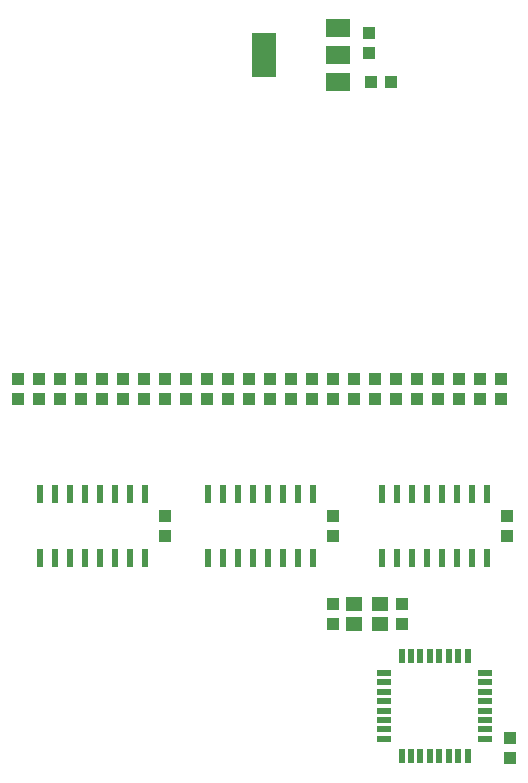
<source format=gbr>
G04 #@! TF.GenerationSoftware,KiCad,Pcbnew,5.1.2*
G04 #@! TF.CreationDate,2019-06-29T12:22:33-07:00*
G04 #@! TF.ProjectId,DC27-Cylon,44433237-2d43-4796-9c6f-6e2e6b696361,rev?*
G04 #@! TF.SameCoordinates,Original*
G04 #@! TF.FileFunction,Paste,Bot*
G04 #@! TF.FilePolarity,Positive*
%FSLAX46Y46*%
G04 Gerber Fmt 4.6, Leading zero omitted, Abs format (unit mm)*
G04 Created by KiCad (PCBNEW 5.1.2) date 2019-06-29 12:22:33*
%MOMM*%
%LPD*%
G04 APERTURE LIST*
%ADD10R,0.998220X1.099820*%
%ADD11R,1.099820X0.998220*%
%ADD12R,1.200000X0.500000*%
%ADD13R,0.500000X1.200000*%
%ADD14R,2.000000X3.800000*%
%ADD15R,2.000000X1.500000*%
%ADD16R,0.600000X1.550000*%
%ADD17R,1.400000X1.200000*%
G04 APERTURE END LIST*
D10*
X39185000Y-79477876D03*
X39185000Y-81174596D03*
X40960000Y-79477876D03*
X40960000Y-81174596D03*
X42735000Y-79477876D03*
X42735000Y-81174596D03*
X44510000Y-79477876D03*
X44510000Y-81174596D03*
X46285000Y-79477876D03*
X46285000Y-81174596D03*
X48060000Y-79477876D03*
X48060000Y-81174596D03*
X49835000Y-79477876D03*
X49835000Y-81174596D03*
X51610000Y-79477876D03*
X51610000Y-81174596D03*
X53385000Y-79477876D03*
X53385000Y-81174596D03*
X55160000Y-79477876D03*
X55160000Y-81174596D03*
X56935000Y-79477876D03*
X56935000Y-81174596D03*
X58710000Y-79477876D03*
X58710000Y-81174596D03*
X60485000Y-79477876D03*
X60485000Y-81174596D03*
X62260000Y-79477876D03*
X62260000Y-81174596D03*
X64035000Y-79477876D03*
X64035000Y-81174596D03*
X65810000Y-79477876D03*
X65810000Y-81174596D03*
X67585000Y-79477876D03*
X67585000Y-81174596D03*
X69360000Y-79477876D03*
X69360000Y-81174596D03*
X71135000Y-79477876D03*
X71135000Y-81174596D03*
X72910000Y-79477876D03*
X72910000Y-81174596D03*
X74685000Y-79477876D03*
X74685000Y-81174596D03*
X76460000Y-79477876D03*
X76460000Y-81174596D03*
X78235000Y-79477876D03*
X78235000Y-81174596D03*
X65786000Y-100289360D03*
X65786000Y-98592640D03*
D11*
X70698360Y-54356000D03*
X69001640Y-54356000D03*
D10*
X71628000Y-98541640D03*
X71628000Y-100238360D03*
X80518000Y-91099640D03*
X80518000Y-92796360D03*
X68834000Y-51902360D03*
X68834000Y-50205640D03*
X80772000Y-111592360D03*
X80772000Y-109895640D03*
X65786000Y-92796360D03*
X65786000Y-91099640D03*
X51562000Y-91099640D03*
X51562000Y-92796360D03*
X80010000Y-81174596D03*
X80010000Y-79477876D03*
D12*
X70172000Y-109988000D03*
D13*
X77222000Y-111438000D03*
D12*
X78672000Y-104388000D03*
D13*
X71622000Y-102938000D03*
X72422000Y-102938000D03*
X73222000Y-102938000D03*
X74022000Y-102938000D03*
X74822000Y-102938000D03*
X75622000Y-102938000D03*
X76422000Y-102938000D03*
X77222000Y-102938000D03*
D12*
X78672000Y-105188000D03*
X78672000Y-105988000D03*
X78672000Y-106788000D03*
X78672000Y-107588000D03*
X78672000Y-108388000D03*
X78672000Y-109188000D03*
X78672000Y-109988000D03*
D13*
X76422000Y-111438000D03*
X75622000Y-111438000D03*
X74822000Y-111438000D03*
X74022000Y-111438000D03*
X73222000Y-111438000D03*
X72422000Y-111438000D03*
X71622000Y-111438000D03*
D12*
X70172000Y-109188000D03*
X70172000Y-108388000D03*
X70172000Y-107588000D03*
X70172000Y-106788000D03*
X70172000Y-105988000D03*
X70172000Y-105188000D03*
X70172000Y-104388000D03*
D14*
X59944000Y-52070000D03*
D15*
X66244000Y-52070000D03*
X66244000Y-54370000D03*
X66244000Y-49770000D03*
D16*
X69977000Y-89248000D03*
X71247000Y-89248000D03*
X72517000Y-89248000D03*
X73787000Y-89248000D03*
X75057000Y-89248000D03*
X76327000Y-89248000D03*
X77597000Y-89248000D03*
X78867000Y-89248000D03*
X78867000Y-94648000D03*
X77597000Y-94648000D03*
X76327000Y-94648000D03*
X75057000Y-94648000D03*
X73787000Y-94648000D03*
X72517000Y-94648000D03*
X71247000Y-94648000D03*
X69977000Y-94648000D03*
X55245000Y-94648000D03*
X56515000Y-94648000D03*
X57785000Y-94648000D03*
X59055000Y-94648000D03*
X60325000Y-94648000D03*
X61595000Y-94648000D03*
X62865000Y-94648000D03*
X64135000Y-94648000D03*
X64135000Y-89248000D03*
X62865000Y-89248000D03*
X61595000Y-89248000D03*
X60325000Y-89248000D03*
X59055000Y-89248000D03*
X57785000Y-89248000D03*
X56515000Y-89248000D03*
X55245000Y-89248000D03*
X41021000Y-89248000D03*
X42291000Y-89248000D03*
X43561000Y-89248000D03*
X44831000Y-89248000D03*
X46101000Y-89248000D03*
X47371000Y-89248000D03*
X48641000Y-89248000D03*
X49911000Y-89248000D03*
X49911000Y-94648000D03*
X48641000Y-94648000D03*
X47371000Y-94648000D03*
X46101000Y-94648000D03*
X44831000Y-94648000D03*
X43561000Y-94648000D03*
X42291000Y-94648000D03*
X41021000Y-94648000D03*
D17*
X67607000Y-98591000D03*
X69807000Y-98591000D03*
X69807000Y-100291000D03*
X67607000Y-100291000D03*
M02*

</source>
